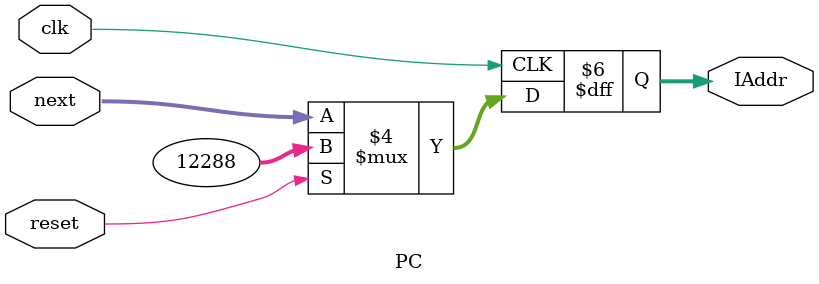
<source format=v>
`timescale 1ns / 1ps
module PC(
input clk,
input reset,
input [31:0]next,
output reg [31:0]IAddr=32'h00003000
);
	always @(posedge clk) 
	begin
	     if(reset) 
				IAddr<=32'h00003000;
		  else 
				IAddr<=next;
	 end
endmodule

</source>
